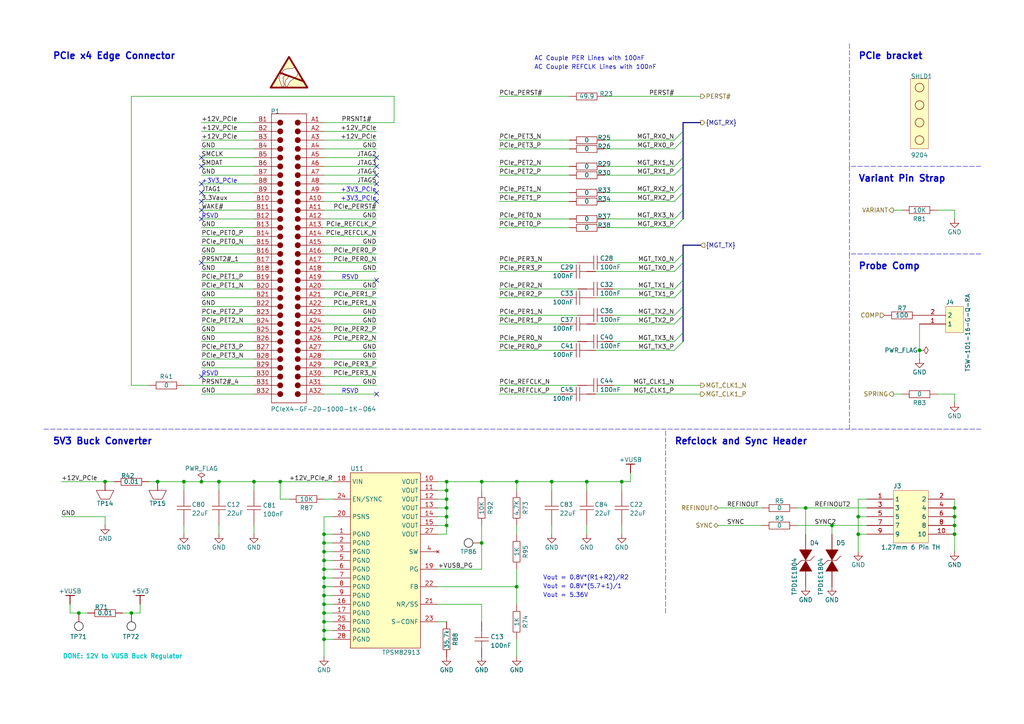
<source format=kicad_sch>
(kicad_sch (version 20250114) (generator "eeschema") (generator_version "9.0")
  (paper "A4")
  (title_block (title "ThunderScope") (rev "5") (company "EEVengers") (comment 1 "Aleksa Bjelogrlic"))
  (text "RSVD" (at 58.42 63.5 0) (effects (font (size 1.27 1.27)) (justify left bottom)))
  (text "RSVD" (at 99.06 114.3 0) (effects (font (size 1.27 1.27)) (justify left bottom)))
  (text "DONE: 12V to VUSB Buck Regulator" (at 35.56 190.5 0) (effects (font (size 1.27 1.27) (thickness 0.254) (bold yes))))
  (text "Vout = 0.8V*(5.7+1)/1" (at 157.48 170.18 0) (effects (font (size 1.27 1.27)) (justify left)))
  (text "+3V3_PCIe" (at 58.42 53.34 0) (effects (font (size 1.27 1.27)) (justify left bottom)))
  (text "+3V3_PCIe" (at 109.22 58.42 0) (effects (font (size 1.27 1.27)) (justify right bottom)))
  (text "PCIe bracket" (at 248.92 15.24 0) (effects (font (size 1.905 1.905) (thickness 0.381) (bold yes)) (justify left top)))
  (text "AC Couple PER Lines with 100nF" (at 154.94 17.78 0) (effects (font (size 1.27 1.27)) (justify left bottom)))
  (text "RSVD" (at 58.42 109.22 0) (effects (font (size 1.27 1.27)) (justify left bottom)))
  (text "Variant Pin Strap" (at 248.92 50.8 0) (effects (font (size 1.905 1.905) (thickness 0.381) (bold yes)) (justify left top)))
  (text "Vout = 0.8V*(R1+R2)/R2" (at 157.48 167.64 0) (effects (font (size 1.27 1.27)) (justify left)))
  (text "Refclock and Sync Header" (at 195.58 127 0) (effects (font (size 1.905 1.905) (thickness 0.381) (bold yes)) (justify left top)))
  (text "PCIe x4 Edge Connector" (at 15.24 15.24 0) (effects (font (size 1.905 1.905) (thickness 0.381) (bold yes)) (justify left top)))
  (text "RSVD" (at 99.06 81.28 0) (effects (font (size 1.27 1.27)) (justify left bottom)))
  (text "Vout = 5.36V" (at 157.48 172.72 0) (effects (font (size 1.27 1.27)) (justify left)))
  (text "5V3 Buck Converter" (at 15.24 127 0) (effects (font (size 1.905 1.905) (thickness 0.381) (bold yes)) (justify left top)))
  (text "AC Couple REFCLK Lines with 100nF" (at 154.94 20.32 0) (effects (font (size 1.27 1.27)) (justify left bottom)))
  (text "Probe Comp" (at 248.92 76.2 0) (effects (font (size 1.905 1.905) (thickness 0.381) (bold yes)) (justify left top)))
  (text "+3V3_PCIe" (at 109.22 55.88 0) (effects (font (size 1.27 1.27)) (justify right bottom)))
  (junction (at 93.98 165.1))
  (junction (at 38.1 177.8))
  (junction (at 93.98 172.72))
  (junction (at 233.68 147.32))
  (junction (at 45.72 139.7))
  (junction (at 276.86 149.86))
  (junction (at 22.86 177.8))
  (junction (at 129.54 147.32))
  (junction (at 30.48 139.7))
  (junction (at 170.18 139.7))
  (junction (at 93.98 180.34))
  (junction (at 93.98 160.02))
  (junction (at 93.98 162.56))
  (junction (at 276.86 154.94))
  (junction (at 129.54 149.86))
  (junction (at 129.54 139.7))
  (junction (at 276.86 147.32))
  (junction (at 139.7 139.7))
  (junction (at 93.98 157.48))
  (junction (at 129.54 152.4))
  (junction (at 276.86 152.4))
  (junction (at 241.3 152.4))
  (junction (at 93.98 185.42))
  (junction (at 93.98 167.64))
  (junction (at 139.7 157.48))
  (junction (at 129.54 142.24))
  (junction (at 266.7 101.6))
  (junction (at 248.92 154.94))
  (junction (at 149.86 139.7))
  (junction (at 81.28 139.7))
  (junction (at 93.98 170.18))
  (junction (at 93.98 154.94))
  (junction (at 73.66 139.7))
  (junction (at 53.34 139.7))
  (junction (at 93.98 175.26))
  (junction (at 58.42 139.7))
  (junction (at 129.54 144.78))
  (junction (at 180.34 139.7))
  (junction (at 93.98 182.88))
  (junction (at 93.98 177.8))
  (junction (at 149.86 170.18))
  (junction (at 63.5 139.7))
  (junction (at 160.02 139.7))
  (junction (at 248.92 149.86))
  (no_connect (at 109.22 114.3))
  (no_connect (at 58.42 48.26))
  (no_connect (at 58.42 53.34))
  (no_connect (at 109.22 45.72))
  (no_connect (at 58.42 76.2))
  (no_connect (at 58.42 58.42))
  (no_connect (at 58.42 45.72))
  (no_connect (at 109.22 58.42))
  (no_connect (at 109.22 53.34))
  (no_connect (at 58.42 60.96))
  (no_connect (at 109.22 55.88))
  (no_connect (at 58.42 55.88))
  (no_connect (at 109.22 48.26))
  (no_connect (at 58.42 63.5))
  (no_connect (at 109.22 50.8))
  (no_connect (at 109.22 81.28))
  (no_connect (at 58.42 109.22))
  (bus_entry (at 195.58 86.36) (size 2.54 -2.54))
  (bus_entry (at 195.58 78.74) (size 2.54 -2.54))
  (bus_entry (at 195.58 63.5) (size 2.54 -2.54))
  (bus_entry (at 195.58 93.98) (size 2.54 -2.54))
  (bus_entry (at 195.58 50.8) (size 2.54 -2.54))
  (bus_entry (at 195.58 43.18) (size 2.54 -2.54))
  (bus_entry (at 195.58 99.06) (size 2.54 -2.54))
  (bus_entry (at 195.58 91.44) (size 2.54 -2.54))
  (bus_entry (at 195.58 48.26) (size 2.54 -2.54))
  (bus_entry (at 195.58 76.2) (size 2.54 -2.54))
  (bus_entry (at 195.58 55.88) (size 2.54 -2.54))
  (bus_entry (at 195.58 66.04) (size 2.54 -2.54))
  (bus_entry (at 195.58 83.82) (size 2.54 -2.54))
  (bus_entry (at 195.58 58.42) (size 2.54 -2.54))
  (bus_entry (at 195.58 101.6) (size 2.54 -2.54))
  (bus_entry (at 195.58 40.64) (size 2.54 -2.54))
  (wire (pts (xy 58.42 99.06) (xy 73.66 99.06)))
  (wire (pts (xy 195.58 63.5) (xy 175.26 63.5)))
  (wire (pts (xy 248.92 160.02) (xy 248.92 154.94)))
  (wire (pts (xy 195.58 40.64) (xy 175.26 40.64)))
  (wire (pts (xy 58.42 76.2) (xy 73.66 76.2)))
  (wire (pts (xy 40.64 177.8) (xy 40.64 175.26)))
  (wire (pts (xy 58.42 66.04) (xy 73.66 66.04)))
  (bus (pts (xy 198.12 40.64) (xy 198.12 45.72)))
  (wire (pts (xy 127 152.4) (xy 129.54 152.4)))
  (wire (pts (xy 58.42 63.5) (xy 73.66 63.5)))
  (wire (pts (xy 20.32 177.8) (xy 22.86 177.8)))
  (wire (pts (xy 93.98 182.88) (xy 96.52 182.88)))
  (polyline (pts (xy 284.48 48.26) (xy 246.38 48.26)) (stroke (width 0.127) (type dash)))
  (wire (pts (xy 162.56 114.3) (xy 144.78 114.3)))
  (wire (pts (xy 195.58 50.8) (xy 175.26 50.8)))
  (wire (pts (xy 172.72 114.3) (xy 203.2 114.3)))
  (wire (pts (xy 93.98 149.86) (xy 93.98 154.94)))
  (wire (pts (xy 180.34 139.7) (xy 180.34 142.24)))
  (wire (pts (xy 93.98 55.88) (xy 109.22 55.88)))
  (wire (pts (xy 93.98 76.2) (xy 109.22 76.2)))
  (wire (pts (xy 149.86 170.18) (xy 149.86 175.26)))
  (wire (pts (xy 83.82 144.78) (xy 81.28 144.78)))
  (wire (pts (xy 195.58 78.74) (xy 172.72 78.74)))
  (wire (pts (xy 167.64 111.76) (xy 144.78 111.76)))
  (wire (pts (xy 208.28 152.4) (xy 220.98 152.4)))
  (wire (pts (xy 58.42 50.8) (xy 73.66 50.8)))
  (wire (pts (xy 165.1 63.5) (xy 144.78 63.5)))
  (wire (pts (xy 53.34 139.7) (xy 58.42 139.7)))
  (wire (pts (xy 165.1 50.8) (xy 144.78 50.8)))
  (wire (pts (xy 93.98 96.52) (xy 109.22 96.52)))
  (polyline (pts (xy 284.48 73.66) (xy 246.38 73.66)) (stroke (width 0.127) (type dash)))
  (wire (pts (xy 195.58 48.26) (xy 175.26 48.26)))
  (wire (pts (xy 93.98 177.8) (xy 96.52 177.8)))
  (wire (pts (xy 93.98 144.78) (xy 96.52 144.78)))
  (wire (pts (xy 93.98 91.44) (xy 109.22 91.44)))
  (wire (pts (xy 58.42 93.98) (xy 73.66 93.98)))
  (wire (pts (xy 93.98 185.42) (xy 93.98 190.5)))
  (wire (pts (xy 127 142.24) (xy 129.54 142.24)))
  (wire (pts (xy 139.7 175.26) (xy 139.7 180.34)))
  (wire (pts (xy 30.48 152.4) (xy 30.48 149.86)))
  (wire (pts (xy 170.18 152.4) (xy 170.18 154.94)))
  (wire (pts (xy 93.98 154.94) (xy 96.52 154.94)))
  (wire (pts (xy 93.98 68.58) (xy 109.22 68.58)))
  (bus (pts (xy 198.12 53.34) (xy 198.12 55.88)))
  (wire (pts (xy 127 154.94) (xy 129.54 154.94)))
  (wire (pts (xy 195.58 43.18) (xy 175.26 43.18)))
  (wire (pts (xy 195.58 99.06) (xy 177.8 99.06)))
  (wire (pts (xy 17.78 139.7) (xy 30.48 139.7)))
  (wire (pts (xy 149.86 139.7) (xy 160.02 139.7)))
  (wire (pts (xy 241.3 152.4) (xy 241.3 154.94)))
  (wire (pts (xy 276.86 152.4) (xy 276.86 154.94)))
  (wire (pts (xy 93.98 167.64) (xy 93.98 170.18)))
  (wire (pts (xy 58.42 43.18) (xy 73.66 43.18)))
  (wire (pts (xy 93.98 104.14) (xy 109.22 104.14)))
  (wire (pts (xy 170.18 139.7) (xy 180.34 139.7)))
  (wire (pts (xy 93.98 175.26) (xy 96.52 175.26)))
  (wire (pts (xy 127 144.78) (xy 129.54 144.78)))
  (wire (pts (xy 38.1 177.8) (xy 40.64 177.8)))
  (wire (pts (xy 58.42 35.56) (xy 73.66 35.56)))
  (bus (pts (xy 198.12 48.26) (xy 198.12 53.34)))
  (wire (pts (xy 30.48 149.86) (xy 17.78 149.86)))
  (wire (pts (xy 93.98 101.6) (xy 109.22 101.6)))
  (wire (pts (xy 129.54 144.78) (xy 129.54 142.24)))
  (wire (pts (xy 93.98 114.3) (xy 109.22 114.3)))
  (wire (pts (xy 248.92 149.86) (xy 248.92 154.94)))
  (wire (pts (xy 144.78 83.82) (xy 167.64 83.82)))
  (wire (pts (xy 129.54 147.32) (xy 129.54 144.78)))
  (wire (pts (xy 63.5 139.7) (xy 63.5 142.24)))
  (wire (pts (xy 144.78 76.2) (xy 167.64 76.2)))
  (bus (pts (xy 198.12 38.1) (xy 198.12 40.64)))
  (wire (pts (xy 139.7 139.7) (xy 149.86 139.7)))
  (wire (pts (xy 165.1 48.26) (xy 144.78 48.26)))
  (wire (pts (xy 195.58 76.2) (xy 177.8 76.2)))
  (bus (pts (xy 198.12 71.12) (xy 203.2 71.12)))
  (wire (pts (xy 93.98 167.64) (xy 96.52 167.64)))
  (wire (pts (xy 276.86 147.32) (xy 276.86 149.86)))
  (wire (pts (xy 93.98 165.1) (xy 93.98 167.64)))
  (wire (pts (xy 93.98 160.02) (xy 96.52 160.02)))
  (wire (pts (xy 93.98 40.64) (xy 109.22 40.64)))
  (wire (pts (xy 248.92 144.78) (xy 248.92 149.86)))
  (wire (pts (xy 195.58 91.44) (xy 177.8 91.44)))
  (wire (pts (xy 139.7 157.48) (xy 139.7 165.1)))
  (wire (pts (xy 93.98 170.18) (xy 93.98 172.72)))
  (wire (pts (xy 93.98 93.98) (xy 109.22 93.98)))
  (wire (pts (xy 45.72 139.7) (xy 53.34 139.7)))
  (wire (pts (xy 127 180.34) (xy 129.54 180.34)))
  (wire (pts (xy 93.98 177.8) (xy 93.98 180.34)))
  (wire (pts (xy 93.98 43.18) (xy 109.22 43.18)))
  (wire (pts (xy 139.7 139.7) (xy 139.7 142.24)))
  (wire (pts (xy 93.98 165.1) (xy 96.52 165.1)))
  (wire (pts (xy 73.66 139.7) (xy 81.28 139.7)))
  (polyline (pts (xy 193.04 177.8) (xy 193.04 124.46)) (stroke (width 0.127) (type dash)))
  (wire (pts (xy 93.98 162.56) (xy 96.52 162.56)))
  (wire (pts (xy 165.1 58.42) (xy 144.78 58.42)))
  (wire (pts (xy 144.78 99.06) (xy 167.64 99.06)))
  (wire (pts (xy 81.28 139.7) (xy 81.28 144.78)))
  (wire (pts (xy 165.1 66.04) (xy 144.78 66.04)))
  (wire (pts (xy 58.42 71.12) (xy 73.66 71.12)))
  (wire (pts (xy 144.78 91.44) (xy 167.64 91.44)))
  (wire (pts (xy 63.5 152.4) (xy 63.5 154.94)))
  (wire (pts (xy 93.98 109.22) (xy 109.22 109.22)))
  (wire (pts (xy 266.7 93.98) (xy 266.7 101.6)))
  (wire (pts (xy 149.86 152.4) (xy 149.86 154.94)))
  (wire (pts (xy 127 175.26) (xy 139.7 175.26)))
  (wire (pts (xy 93.98 180.34) (xy 93.98 182.88)))
  (wire (pts (xy 195.58 55.88) (xy 175.26 55.88)))
  (wire (pts (xy 129.54 139.7) (xy 129.54 142.24)))
  (wire (pts (xy 30.48 139.7) (xy 33.02 139.7)))
  (wire (pts (xy 58.42 60.96) (xy 73.66 60.96)))
  (wire (pts (xy 149.86 185.42) (xy 149.86 190.5)))
  (wire (pts (xy 160.02 139.7) (xy 160.02 142.24)))
  (wire (pts (xy 127 170.18) (xy 149.86 170.18)))
  (wire (pts (xy 160.02 139.7) (xy 170.18 139.7)))
  (wire (pts (xy 38.1 111.76) (xy 38.1 27.94)))
  (wire (pts (xy 58.42 86.36) (xy 73.66 86.36)))
  (wire (pts (xy 195.58 83.82) (xy 177.8 83.82)))
  (wire (pts (xy 93.98 66.04) (xy 109.22 66.04)))
  (wire (pts (xy 20.32 175.26) (xy 20.32 177.8)))
  (wire (pts (xy 93.98 48.26) (xy 109.22 48.26)))
  (wire (pts (xy 93.98 185.42) (xy 96.52 185.42)))
  (wire (pts (xy 129.54 154.94) (xy 129.54 152.4)))
  (wire (pts (xy 58.42 73.66) (xy 73.66 73.66)))
  (bus (pts (xy 198.12 35.56) (xy 203.2 35.56)))
  (wire (pts (xy 58.42 106.68) (xy 73.66 106.68)))
  (wire (pts (xy 93.98 50.8) (xy 109.22 50.8)))
  (wire (pts (xy 58.42 109.22) (xy 73.66 109.22)))
  (wire (pts (xy 248.92 154.94) (xy 251.46 154.94)))
  (wire (pts (xy 195.58 66.04) (xy 175.26 66.04)))
  (wire (pts (xy 114.3 35.56) (xy 93.98 35.56)))
  (wire (pts (xy 58.42 48.26) (xy 73.66 48.26)))
  (wire (pts (xy 93.98 45.72) (xy 109.22 45.72)))
  (wire (pts (xy 233.68 147.32) (xy 251.46 147.32)))
  (wire (pts (xy 93.98 157.48) (xy 96.52 157.48)))
  (wire (pts (xy 127 165.1) (xy 139.7 165.1)))
  (wire (pts (xy 251.46 149.86) (xy 248.92 149.86)))
  (wire (pts (xy 195.58 93.98) (xy 172.72 93.98)))
  (wire (pts (xy 93.98 58.42) (xy 109.22 58.42)))
  (wire (pts (xy 259.08 60.96) (xy 261.62 60.96)))
  (wire (pts (xy 93.98 63.5) (xy 109.22 63.5)))
  (wire (pts (xy 182.88 139.7) (xy 180.34 139.7)))
  (wire (pts (xy 195.58 86.36) (xy 172.72 86.36)))
  (wire (pts (xy 73.66 139.7) (xy 73.66 142.24)))
  (wire (pts (xy 93.98 172.72) (xy 96.52 172.72)))
  (wire (pts (xy 93.98 172.72) (xy 93.98 175.26)))
  (wire (pts (xy 195.58 58.42) (xy 175.26 58.42)))
  (wire (pts (xy 195.58 101.6) (xy 172.72 101.6)))
  (wire (pts (xy 271.78 114.3) (xy 276.86 114.3)))
  (wire (pts (xy 43.18 139.7) (xy 45.72 139.7)))
  (wire (pts (xy 259.08 114.3) (xy 261.62 114.3)))
  (wire (pts (xy 58.42 58.42) (xy 73.66 58.42)))
  (wire (pts (xy 93.98 106.68) (xy 109.22 106.68)))
  (wire (pts (xy 58.42 96.52) (xy 73.66 96.52)))
  (wire (pts (xy 81.28 139.7) (xy 96.52 139.7)))
  (wire (pts (xy 129.54 139.7) (xy 139.7 139.7)))
  (wire (pts (xy 43.18 111.76) (xy 38.1 111.76)))
  (wire (pts (xy 144.78 93.98) (xy 162.56 93.98)))
  (wire (pts (xy 129.54 152.4) (xy 129.54 149.86)))
  (wire (pts (xy 93.98 180.34) (xy 96.52 180.34)))
  (wire (pts (xy 93.98 111.76) (xy 109.22 111.76)))
  (wire (pts (xy 144.78 86.36) (xy 162.56 86.36)))
  (wire (pts (xy 93.98 81.28) (xy 109.22 81.28)))
  (bus (pts (xy 198.12 45.72) (xy 198.12 48.26)))
  (wire (pts (xy 93.98 182.88) (xy 93.98 185.42)))
  (wire (pts (xy 58.42 53.34) (xy 73.66 53.34)))
  (wire (pts (xy 231.14 147.32) (xy 233.68 147.32)))
  (wire (pts (xy 231.14 152.4) (xy 241.3 152.4)))
  (wire (pts (xy 276.86 144.78) (xy 276.86 147.32)))
  (wire (pts (xy 58.42 83.82) (xy 73.66 83.82)))
  (wire (pts (xy 149.86 165.1) (xy 149.86 170.18)))
  (wire (pts (xy 93.98 83.82) (xy 109.22 83.82)))
  (wire (pts (xy 127 149.86) (xy 129.54 149.86)))
  (wire (pts (xy 58.42 101.6) (xy 73.66 101.6)))
  (wire (pts (xy 127 139.7) (xy 129.54 139.7)))
  (wire (pts (xy 93.98 86.36) (xy 109.22 86.36)))
  (wire (pts (xy 53.34 139.7) (xy 53.34 142.24)))
  (bus (pts (xy 198.12 76.2) (xy 198.12 81.28)))
  (wire (pts (xy 93.98 157.48) (xy 93.98 160.02)))
  (wire (pts (xy 93.98 88.9) (xy 109.22 88.9)))
  (wire (pts (xy 93.98 154.94) (xy 93.98 157.48)))
  (wire (pts (xy 127 147.32) (xy 129.54 147.32)))
  (wire (pts (xy 165.1 43.18) (xy 144.78 43.18)))
  (wire (pts (xy 276.86 154.94) (xy 276.86 160.02)))
  (wire (pts (xy 251.46 144.78) (xy 248.92 144.78)))
  (wire (pts (xy 144.78 101.6) (xy 162.56 101.6)))
  (wire (pts (xy 22.86 177.8) (xy 25.4 177.8)))
  (bus (pts (xy 198.12 55.88) (xy 198.12 60.96)))
  (wire (pts (xy 73.66 152.4) (xy 73.66 154.94)))
  (wire (pts (xy 276.86 149.86) (xy 276.86 152.4)))
  (wire (pts (xy 93.98 160.02) (xy 93.98 162.56)))
  (wire (pts (xy 93.98 73.66) (xy 109.22 73.66)))
  (wire (pts (xy 170.18 139.7) (xy 170.18 142.24)))
  (wire (pts (xy 139.7 152.4) (xy 139.7 157.48)))
  (wire (pts (xy 63.5 139.7) (xy 73.66 139.7)))
  (wire (pts (xy 58.42 78.74) (xy 73.66 78.74)))
  (wire (pts (xy 93.98 53.34) (xy 109.22 53.34)))
  (wire (pts (xy 165.1 55.88) (xy 144.78 55.88)))
  (bus (pts (xy 198.12 91.44) (xy 198.12 96.52)))
  (wire (pts (xy 58.42 45.72) (xy 73.66 45.72)))
  (bus (pts (xy 198.12 35.56) (xy 198.12 38.1)))
  (wire (pts (xy 165.1 40.64) (xy 144.78 40.64)))
  (wire (pts (xy 58.42 40.64) (xy 73.66 40.64)))
  (wire (pts (xy 203.2 27.94) (xy 175.26 27.94)))
  (wire (pts (xy 114.3 27.94) (xy 114.3 35.56)))
  (bus (pts (xy 198.12 60.96) (xy 198.12 63.5)))
  (wire (pts (xy 58.42 114.3) (xy 73.66 114.3)))
  (wire (pts (xy 149.86 139.7) (xy 149.86 142.24)))
  (polyline (pts (xy 246.38 73.66) (xy 246.38 124.46)) (stroke (width 0.127) (type dash)))
  (wire (pts (xy 233.68 154.94) (xy 233.68 147.32)))
  (wire (pts (xy 35.56 177.8) (xy 38.1 177.8)))
  (bus (pts (xy 198.12 88.9) (xy 198.12 91.44)))
  (bus (pts (xy 198.12 71.12) (xy 198.12 73.66)))
  (wire (pts (xy 58.42 81.28) (xy 73.66 81.28)))
  (wire (pts (xy 93.98 78.74) (xy 109.22 78.74)))
  (wire (pts (xy 182.88 137.16) (xy 182.88 139.7)))
  (wire (pts (xy 96.52 149.86) (xy 93.98 149.86)))
  (wire (pts (xy 38.1 27.94) (xy 114.3 27.94)))
  (polyline (pts (xy 12.7 124.46) (xy 284.48 124.46)) (stroke (width 0.127) (type dash)))
  (wire (pts (xy 165.1 27.94) (xy 144.78 27.94)))
  (wire (pts (xy 53.34 111.76) (xy 73.66 111.76)))
  (wire (pts (xy 160.02 152.4) (xy 160.02 154.94)))
  (wire (pts (xy 93.98 99.06) (xy 109.22 99.06)))
  (wire (pts (xy 93.98 60.96) (xy 109.22 60.96)))
  (wire (pts (xy 58.42 55.88) (xy 73.66 55.88)))
  (wire (pts (xy 271.78 60.96) (xy 276.86 60.96)))
  (wire (pts (xy 266.7 104.14) (xy 266.7 101.6)))
  (bus (pts (xy 198.12 96.52) (xy 198.12 99.06)))
  (wire (pts (xy 58.42 38.1) (xy 73.66 38.1)))
  (wire (pts (xy 93.98 175.26) (xy 93.98 177.8)))
  (wire (pts (xy 58.42 88.9) (xy 73.66 88.9)))
  (bus (pts (xy 198.12 81.28) (xy 198.12 83.82)))
  (wire (pts (xy 58.42 104.14) (xy 73.66 104.14)))
  (polyline (pts (xy 246.38 12.7) (xy 246.38 48.26)) (stroke (width 0.127) (type dash)))
  (wire (pts (xy 93.98 170.18) (xy 96.52 170.18)))
  (wire (pts (xy 93.98 71.12) (xy 109.22 71.12)))
  (wire (pts (xy 177.8 111.76) (xy 203.2 111.76)))
  (wire (pts (xy 93.98 162.56) (xy 93.98 165.1)))
  (wire (pts (xy 53.34 152.4) (xy 53.34 154.94)))
  (wire (pts (xy 58.42 139.7) (xy 63.5 139.7)))
  (wire (pts (xy 129.54 149.86) (xy 129.54 147.32)))
  (bus (pts (xy 198.12 83.82) (xy 198.12 88.9)))
  (wire (pts (xy 241.3 152.4) (xy 251.46 152.4)))
  (bus (pts (xy 198.12 73.66) (xy 198.12 76.2)))
  (wire (pts (xy 208.28 147.32) (xy 220.98 147.32)))
  (polyline (pts (xy 246.38 48.26) (xy 246.38 73.66)) (stroke (width 0.127) (type dash)))
  (wire (pts (xy 93.98 38.1) (xy 109.22 38.1)))
  (wire (pts (xy 144.78 78.74) (xy 162.56 78.74)))
  (wire (pts (xy 58.42 68.58) (xy 73.66 68.58)))
  (wire (pts (xy 58.42 91.44) (xy 73.66 91.44)))
  (wire (pts (xy 180.34 152.4) (xy 180.34 154.94)))
  (wire (pts (xy 276.86 114.3) (xy 276.86 116.84)))
  (wire (pts (xy 276.86 60.96) (xy 276.86 63.5)))
  (label "GND" (at 58.42 96.52 0))
  (label "GND" (at 58.42 99.06 0))
  (label "MGT_TX1_N" (at 195.58 83.82 180))
  (label "3.3Vaux" (at 58.42 58.42 0))
  (label "PCIe_PET3_P" (at 58.42 101.6 0))
  (label "PCIe_PER3_N" (at 109.22 109.22 180))
  (label "REFINOUT" (at 210.82 147.32 0))
  (label "+12V_PCIe" (at 17.78 139.7 0))
  (label "PRSNT2#_1" (at 58.42 76.2 0))
  (label "MGT_RX1_P" (at 195.58 50.8 180))
  (label "GND" (at 109.22 104.14 180))
  (label "WAKE#" (at 58.42 60.96 0))
  (label "REFINOUT2" (at 236.22 147.32 0))
  (label "SYNC2" (at 236.22 152.4 0))
  (label "GND" (at 109.22 71.12 180))
  (label "MGT_TX3_P" (at 195.58 101.6 180))
  (label "GND" (at 109.22 101.6 180))
  (label "PCIe_PET2_P" (at 144.78 50.8 0))
  (label "GND" (at 58.42 86.36 0))
  (label "PCIe_PER2_P" (at 144.78 86.36 0))
  (label "MGT_RX0_P" (at 195.58 43.18 180))
  (label "PCIe_PET3_P" (at 144.78 43.18 0))
  (label "MGT_TX0_N" (at 195.58 76.2 180))
  (label "GND" (at 58.42 78.74 0))
  (label "PCIe_PET0_N" (at 58.42 71.12 0))
  (label "GND" (at 58.42 73.66 0))
  (label "+12V_PCIe" (at 109.22 40.64 180))
  (label "PCIe_PER2_N" (at 144.78 83.82 0))
  (label "PCIe_PET1_P" (at 144.78 58.42 0))
  (label "MGT_CLK1_N" (at 195.58 111.76 180))
  (label "MGT_TX2_P" (at 195.58 93.98 180))
  (label "GND" (at 58.42 66.04 0))
  (label "PCIe_PER3_P" (at 144.78 78.74 0))
  (label "GND" (at 58.42 50.8 0))
  (label "MGT_RX1_N" (at 195.58 48.26 180))
  (label "SMDAT" (at 58.42 48.26 0))
  (label "PCIe_PER2_P" (at 109.22 96.52 180))
  (label "MGT_TX2_N" (at 195.58 91.44 180))
  (label "GND" (at 17.78 149.86 0))
  (label "PCIe_PET2_N" (at 58.42 93.98 0))
  (label "PCIe_PET0_P" (at 144.78 66.04 0))
  (label "GND" (at 109.22 78.74 180))
  (label "PCIe_PER1_N" (at 144.78 91.44 0))
  (label "MGT_RX3_N" (at 195.58 63.5 180))
  (label "PCIe_PER1_P" (at 144.78 93.98 0))
  (label "GND" (at 58.42 43.18 0))
  (label "MGT_RX0_N" (at 195.58 40.64 180))
  (label "PCIe_PER0_P" (at 109.22 73.66 180))
  (label "PCIe_PET0_N" (at 144.78 63.5 0))
  (label "MGT_CLK1_P" (at 195.58 114.3 180))
  (label "PCIe_PER1_N" (at 109.22 88.9 180))
  (label "+12V_PCIe" (at 58.42 35.56 0))
  (label "PCIe_PER2_N" (at 109.22 99.06 180))
  (label "PCIe_PER0_N" (at 144.78 99.06 0))
  (label "PCIe_PET0_P" (at 58.42 68.58 0))
  (label "PCIe_PET3_N" (at 144.78 40.64 0))
  (label "+VUSB_PG" (at 137.16 165.1 180))
  (label "GND" (at 109.22 93.98 180))
  (label "PCIe_REFCLK_N" (at 144.78 111.76 0))
  (label "PCIe_PER0_N" (at 109.22 76.2 180))
  (label "PCIe_PET1_N" (at 58.42 83.82 0))
  (label "GND" (at 109.22 83.82 180))
  (label "PCIe_PERST#" (at 144.78 27.94 0))
  (label "PCIe_PET3_N" (at 58.42 104.14 0))
  (label "JTAG3" (at 109.22 48.26 180))
  (label "SYNC" (at 210.82 152.4 0))
  (label "MGT_TX1_P" (at 195.58 86.36 180))
  (label "JTAG5" (at 109.22 53.34 180))
  (label "PCIe_PET2_N" (at 144.78 48.26 0))
  (label "+12V_PCIe" (at 58.42 38.1 0))
  (label "PCIe_PET2_P" (at 58.42 91.44 0))
  (label "SMCLK" (at 58.42 45.72 0))
  (label "GND" (at 109.22 63.5 180))
  (label "PCIe_PET1_N" (at 144.78 55.88 0))
  (label "PCIe_PER1_P" (at 109.22 86.36 180))
  (label "PCIe_REFCLK_N" (at 109.22 68.58 180))
  (label "MGT_RX3_P" (at 195.58 66.04 180))
  (label "+12V_PCIe" (at 109.22 38.1 180))
  (label "GND" (at 58.42 106.68 0))
  (label "+12V_PCIe_R" (at 83.82 139.7 0))
  (label "PCIe_REFCLK_P" (at 144.78 114.3 0))
  (label "JTAG4" (at 109.22 50.8 180))
  (label "PCIe_PER3_N" (at 144.78 76.2 0))
  (label "PERST#" (at 195.58 27.94 180))
  (label "GND" (at 109.22 111.76 180))
  (label "JTAG2" (at 109.22 45.72 180))
  (label "PRSNT1#" (at 99.06 35.56 0))
  (label "PCIe_PERST#" (at 109.22 60.96 180))
  (label "PCIe_PET1_P" (at 58.42 81.28 0))
  (label "GND" (at 109.22 91.44 180))
  (label "PCIe_PER3_P" (at 109.22 106.68 180))
  (label "+12V_PCIe" (at 58.42 40.64 0))
  (label "JTAG1" (at 58.42 55.88 0))
  (label "GND" (at 58.42 114.3 0))
  (label "MGT_TX0_P" (at 195.58 78.74 180))
  (label "PCIe_PER0_P" (at 144.78 101.6 0))
  (label "PCIe_REFCLK_P" (at 109.22 66.04 180))
  (label "MGT_RX2_P" (at 195.58 58.42 180))
  (label "GND" (at 109.22 43.18 180))
  (label "MGT_RX2_N" (at 195.58 55.88 180))
  (label "GND" (at 58.42 88.9 0))
  (label "MGT_TX3_N" (at 195.58 99.06 180))
  (label "PRSNT2#_4" (at 58.42 111.76 0))
  (hierarchical_label "SPRING" (shape output) (at 259.08 114.3 180))
  (hierarchical_label "VARIANT" (shape output) (at 259.08 60.96 180))
  (hierarchical_label "COMP" (shape input) (at 256.54 91.44 180))
  (hierarchical_label "MGT_CLK1_P" (shape output) (at 203.2 114.3 0))
  (hierarchical_label "REFINOUT" (shape bidirectional) (at 208.28 147.32 180))
  (hierarchical_label "SYNC" (shape bidirectional) (at 208.28 152.4 180))
  (hierarchical_label "{MGT_RX}" (shape output) (at 203.2 35.56 0))
  (hierarchical_label "PERST#" (shape output) (at 203.2 27.94 0))
  (hierarchical_label "MGT_CLK1_N" (shape output) (at 203.2 111.76 0))
  (hierarchical_label "{MGT_TX}" (shape input) (at 203.2 71.12 0))
  (symbol (lib_id "Thunderscope_Rev5:TP PCB 1mm") (at 139.7 157.48 180) (unit 1) (in_bom no)
    (property "Reference" "TP86" (at 135.89 160.02 0))
    (property "Value" "PCB" (effects (hide yes)))
    (property "Footprint" "Thunderscope_Rev5:GEN_TP_PCB" (effects (hide yes)))
  )
  (symbol (lib_id "Thunderscope_Rev5:TP PCB 1mm") (at 22.86 177.8 270) (unit 1) (in_bom no)
    (property "Reference" "TP71" (at 20.32 185.42 90) (effects (justify left bottom)))
    (property "Value" "PCB" (effects (hide yes)))
    (property "Footprint" "Thunderscope_Rev5:GEN_TP_PCB" (effects (hide yes)))
  )
  (symbol (lib_id "Thunderscope_Rev5:RES 0 OHM 1/16W 0402") (at 226.06 147.32 0) (unit 1)
    (property "Reference" "R5" (at 226.06 146.05 0) (effects (justify bottom)))
    (property "Value" "0" (at 226.06 147.32 0))
    (property "Footprint" "Thunderscope_Rev5:GEN_R_0402" (effects (hide yes)))
    (property "PACKAGE" "0402" (effects (hide yes)))
    (property "SUPPLIER 1" "Mouser" (effects (hide yes)))
    (property "SUPPLIER PART NUMBER 1" "603-RC0402JR-070RL" (effects (hide yes)))
    (property "MANUFACTURER" "Yageo" (effects (hide yes)))
    (property "MANUFACTURER PART NUMBER" "RC0402JR-070RL" (effects (hide yes)))
  )
  (symbol (lib_id "Thunderscope_Rev5:RES 0 OHM 1/16W 0402") (at 170.18 66.04 0) (mirror y) (unit 1)
    (property "Reference" "R38" (at 175.26 66.04 0) (effects (justify bottom)))
    (property "Value" "0" (at 170.18 66.04 0))
    (property "Footprint" "Thunderscope_Rev5:GEN_R_0402" (effects (hide yes)))
    (property "PACKAGE" "0402" (effects (hide yes)))
    (property "SUPPLIER 1" "Mouser" (effects (hide yes)))
    (property "SUPPLIER PART NUMBER 1" "603-RC0402JR-070RL" (effects (hide yes)))
    (property "MANUFACTURER" "Yageo" (effects (hide yes)))
    (property "MANUFACTURER PART NUMBER" "RC0402JR-070RL" (effects (hide yes)))
  )
  (symbol (lib_id "Thunderscope_Rev5:RES 0 OHM 1/16W 0402") (at 170.18 63.5 0) (mirror y) (unit 1)
    (property "Reference" "R37" (at 175.26 63.5 0) (effects (justify bottom)))
    (property "Value" "0" (at 170.18 63.5 0))
    (property "Footprint" "Thunderscope_Rev5:GEN_R_0402" (effects (hide yes)))
    (property "PACKAGE" "0402" (effects (hide yes)))
    (property "SUPPLIER 1" "Mouser" (effects (hide yes)))
    (property "SUPPLIER PART NUMBER 1" "603-RC0402JR-070RL" (effects (hide yes)))
    (property "MANUFACTURER" "Yageo" (effects (hide yes)))
    (property "MANUFACTURER PART NUMBER" "RC0402JR-070RL" (effects (hide yes)))
  )
  (symbol (lib_id "Thunderscope_Rev5:CAP 100nF 16V X7R 0402") (at 172.72 83.82 270) (mirror x) (unit 1)
    (property "Reference" "C32" (at 173.99 82.55 90) (effects (justify left)))
    (property "Value" "100nF" (at 173.99 85.09 90) (effects (justify left)))
    (property "Footprint" "Thunderscope_Rev5:GEN_C_0402" (effects (hide yes)))
    (property "PACKAGE" "0402" (effects (hide yes)))
    (property "VOLTAGE RATING" "16V" (effects (hide yes)))
    (property "SUPPLIER 1" "Mouser" (effects (hide yes)))
    (property "SUPPLIER PART NUMBER 1" "81-GCM155R71C104KA5D" (effects (hide yes)))
    (property "HOUSE PART NUMBER" "C-100nF-0402-002" (effects (hide yes)))
    (property "MANUFACTURER" "Murata" (effects (hide yes)))
    (property "MANUFACTURER PART NUMBER" "GCM155R71C104KA55D" (effects (hide yes)))
  )
  (symbol (lib_id "Thunderscope_Rev5:RES 1K OHM 1% 1/10W 0402") (at 149.86 160.02 0) (unit 1)
    (property "Reference" "R95" (at 152.4 160.02 90))
    (property "Value" "1K" (at 149.86 160.02 90))
    (property "Footprint" "Thunderscope_Rev5:GEN_R_0402" (effects (hide yes)))
    (property "TOLERANCE" "1%" (effects (hide yes)))
    (property "PACKAGE" "0402" (effects (hide yes)))
    (property "SUPPLIER 1" "Mouser" (effects (hide yes)))
    (property "SUPPLIER PART NUMBER 1" "603-RC0402FR-071KL" (effects (hide yes)))
    (property "HOUSE PART NUMBER" "R-1K-0402-1%-001" (effects (hide yes)))
    (property "MANUFACTURER" "Yageo" (effects (hide yes)))
    (property "MANUFACTURER PART NUMBER" "RC0402FR-071KL" (effects (hide yes)))
  )
  (symbol (lib_id "Thunderscope_Rev5:RES 49.9 OHM 1% 1/10W 0402") (at 170.18 27.94 0) (mirror y) (unit 1)
    (property "Reference" "R23" (at 177.8 27.94 0) (effects (justify left bottom)))
    (property "Value" "49.9" (at 170.18 27.94 0))
    (property "Footprint" "Thunderscope_Rev5:GEN_R_0402" (effects (hide yes)))
    (property "TOLERANCE" "1%" (effects (hide yes)))
    (property "PACKAGE" "0402" (effects (hide yes)))
    (property "SUPPLIER 1" "Mouser" (effects (hide yes)))
    (property "SUPPLIER PART NUMBER 1" "603-RC0402FR-0749R9L" (effects (hide yes)))
    (property "MANUFACTURER" "Yageo" (effects (hide yes)))
    (property "MANUFACTURER PART NUMBER" "RC0402FR-0749R9L" (effects (hide yes)))
  )
  (symbol (lib_id "Thunderscope_Rev5:RES 0 OHM 1/16W 0402") (at 226.06 152.4 0) (unit 1)
    (property "Reference" "R3" (at 226.06 151.13 0) (effects (justify bottom)))
    (property "Value" "0" (at 226.06 152.4 0))
    (property "Footprint" "Thunderscope_Rev5:GEN_R_0402" (effects (hide yes)))
    (property "PACKAGE" "0402" (effects (hide yes)))
    (property "SUPPLIER 1" "Mouser" (effects (hide yes)))
    (property "SUPPLIER PART NUMBER 1" "603-RC0402JR-070RL" (effects (hide yes)))
    (property "MANUFACTURER" "Yageo" (effects (hide yes)))
    (property "MANUFACTURER PART NUMBER" "RC0402JR-070RL" (effects (hide yes)))
  )
  (symbol (lib_id "Thunderscope_Rev5:RES 10K OHM 1% 1/10W 0402") (at 139.7 147.32 90) (unit 1)
    (property "Reference" "R92" (at 142.24 147.32 0))
    (property "Value" "10K" (at 139.7 147.32 0))
    (property "Footprint" "Thunderscope_Rev5:GEN_R_0402" (effects (hide yes)))
    (property "TOLERANCE" "1%" (effects (hide yes)))
    (property "PACKAGE" "0402" (effects (hide yes)))
    (property "SUPPLIER 1" "Mouser" (effects (hide yes)))
    (property "SUPPLIER PART NUMBER 1" "667-ERJ-2RKF1002X" (effects (hide yes)))
    (property "MANUFACTURER" "Panasonic" (effects (hide yes)))
    (property "MANUFACTURER PART NUMBER" "ERJ-2RKF1002X" (effects (hide yes)))
  )
  (symbol (lib_id "Thunderscope_Rev5:RES 0.01 OHM 1% 1/4W 0603") (at 38.1 139.7 0) (unit 1)
    (property "Reference" "R42" (at 35.1 138.724 0) (effects (justify left bottom)))
    (property "Value" "0.01" (at 38.1 139.7 0))
    (property "Footprint" "Thunderscope_Rev5:GEN_R_0603" (effects (hide yes)))
    (property "TOLERANCE" "1%" (effects (hide yes)))
    (property "SUPPLIER 1" "Mouser" (effects (hide yes)))
    (property "SUPPLIER PART NUMBER 1" "754-RL0816T-R010-F" (effects (hide yes)))
    (property "PACKAGE" "0603" (effects (hide yes)))
    (property "HOUSE PART NUMBER" "R-0.01-0603-1%-001" (effects (hide yes)))
    (property "MANUFACTURER" "Susumu" (effects (hide yes)))
    (property "MANUFACTURER PART NUMBER" "RL0816T-R010-F" (effects (hide yes)))
  )
  (symbol (lib_id "Thunderscope_Rev5:+VUSB") (at 20.32 175.26 180) (unit 1)
    (property "Reference" "#PWR0329" (effects (hide yes)))
    (property "Value" "+VUSB" (at 20.32 171.45 0))
    (property "Description" "Power symbol creates a global label with name '+VUSB'" (effects (hide yes)))
  )
  (symbol (lib_id "Thunderscope_Rev5:GND") (at 30.48 152.4 0) (unit 1)
    (property "Reference" "#PWR?" (effects (hide yes)))
    (property "Value" "GND" (at 30.48 156.21 0))
    (property "Description" "Power symbol creates a global label with name \"GND\" , ground" (effects (hide yes)))
  )
  (symbol (lib_id "Thunderscope_Rev5:RES 10K OHM 1% 1/10W 0402") (at 266.7 60.96 0) (unit 1)
    (property "Reference" "R81" (at 266.7 63.5 0))
    (property "Value" "10K" (at 266.7 60.96 0))
    (property "Footprint" "Thunderscope_Rev5:GEN_R_0402" (effects (hide yes)))
    (property "TOLERANCE" "1%" (effects (hide yes)))
    (property "PACKAGE" "0402" (effects (hide yes)))
    (property "SUPPLIER 1" "Mouser" (effects (hide yes)))
    (property "SUPPLIER PART NUMBER 1" "667-ERJ-2RKF1002X" (effects (hide yes)))
    (property "MANUFACTURER" "Panasonic" (effects (hide yes)))
    (property "MANUFACTURER PART NUMBER" "ERJ-2RKF1002X" (effects (hide yes)))
  )
  (symbol (lib_id "Thunderscope_Rev5:RES 1K OHM 1% 1/10W 0402") (at 149.86 180.34 0) (unit 1)
    (property "Reference" "R74" (at 152.4 180.34 90))
    (property "Value" "1K" (at 149.86 180.34 90))
    (property "Footprint" "Thunderscope_Rev5:GEN_R_0402" (effects (hide yes)))
    (property "TOLERANCE" "1%" (effects (hide yes)))
    (property "PACKAGE" "0402" (effects (hide yes)))
    (property "SUPPLIER 1" "Mouser" (effects (hide yes)))
    (property "SUPPLIER PART NUMBER 1" "603-RC0402FR-071KL" (effects (hide yes)))
    (property "HOUSE PART NUMBER" "R-1K-0402-1%-001" (effects (hide yes)))
    (property "MANUFACTURER" "Yageo" (effects (hide yes)))
    (property "MANUFACTURER PART NUMBER" "RC0402FR-071KL" (effects (hide yes)))
  )
  (symbol (lib_id "Thunderscope_Rev5:RES 0.01 OHM 1% 1/4W 0603") (at 30.48 177.8 0) (unit 1)
    (property "Reference" "R71" (at 27.48 176.824 0) (effects (justify left bottom)))
    (property "Value" "0.01" (at 30.48 177.8 0))
    (property "Footprint" "Thunderscope_Rev5:GEN_R_0603" (effects (hide yes)))
    (property "TOLERANCE" "1%" (effects (hide yes)))
    (property "SUPPLIER 1" "Mouser" (effects (hide yes)))
    (property "SUPPLIER PART NUMBER 1" "754-RL0816T-R010-F" (effects (hide yes)))
    (property "PACKAGE" "0603" (effects (hide yes)))
    (property "HOUSE PART NUMBER" "R-0.01-0603-1%-001" (effects (hide yes)))
    (property "MANUFACTURER" "Susumu" (effects (hide yes)))
    (property "MANUFACTURER PART NUMBER" "RL0816T-R010-F" (effects (hide yes)))
  )
  (symbol (lib_id "Thunderscope_Rev5:TP PCB 1mm") (at 38.1 177.8 270) (unit 1) (in_bom no)
    (property "Reference" "TP72" (at 35.56 185.42 90) (effects (justify left bottom)))
    (property "Value" "PCB" (effects (hide yes)))
    (property "Footprint" "Thunderscope_Rev5:GEN_TP_PCB" (effects (hide yes)))
  )
  (symbol (lib_id "Thunderscope_Rev5:TVS TPD1E1B04") (at 241.3 162.56 0) (unit 1)
    (property "Reference" "D5" (at 243.84 157.48 0))
    (property "Value" "TPD1E1B04" (at 238.76 172.72 90) (effects (justify left bottom)))
    (property "Footprint" "Thunderscope_Rev5:TI_X1SON_DPY0002A" (effects (hide yes)))
    (property "SUPPLIER 1" "Texas Instruments" (effects (hide yes)))
    (property "SUPPLIER PART NUMBER 1" "TPD1E1B04DPYR" (effects (hide yes)))
    (property "MANUFACTURER" "Texas Instruments" (effects (hide yes)))
    (property "MANUFACTURER PART NUMBER" "TPD1E1B04DPYR" (effects (hide yes)))
  )
  (symbol (lib_id "Thunderscope_Rev5:PCIeX4-GF-2D-1000-1K-O64") (at 88.9 33.02 0) (unit 1) (in_bom no)
    (property "Reference" "P1" (at 78.486 33.02 0) (effects (justify left bottom)))
    (property "Value" "PCIeX4-GF-2D-1000-1K-O64" (at 78.486 119.38 0) (effects (justify left bottom)))
    (property "Footprint" "Thunderscope_Rev5:PCIeX4-GF-2D-1000-1K-O64" (effects (hide yes)))
    (property "Description" "Golden finger, PCIeX4, Dual, Opposite, Pitch 1mm, 64-Position" (effects (hide yes)))
    (property "DATASHEET VERSION" "rev2.0, Apr-2007" (effects (hide yes)))
    (property "MATING CONNECTOR" "Molex-87715-9106" (effects (hide yes)))
    (property "PACKAGE REFERENCE" "PCIeX4-GF-2D-1000-1K-O64" (effects (hide yes)))
    (property "CLASSNAME" "Edge Connector" (effects (hide yes)))
    (property "PUBLISHER" "Altium" (effects (hide yes)))
    (property "COMPONENT KIND" "Standard (No BOM)" (effects (hide yes)))
  )
  (symbol (lib_id "Graphic:SYM_ESD_Large") (at 83.82 20.32 0) (unit 1) (in_bom no)
    (property "Reference" "SYM1" (effects (hide yes)))
    (property "Value" "SYM_ESD_Large" (effects (hide yes)))
    (property "Footprint" "Symbol:ESD-Logo_6.6x6mm_SilkScreen" (effects (hide yes)))
    (property "Description" "ESD warning/\"Do not touch\" symbol, large" (effects (hide yes)))
  )
  (symbol (lib_id "Thunderscope_Rev5:RES 0 OHM 1/16W 0402") (at 170.18 55.88 0) (mirror y) (unit 1)
    (property "Reference" "R33" (at 175.26 55.88 0) (effects (justify bottom)))
    (property "Value" "0" (at 170.18 55.88 0))
    (property "Footprint" "Thunderscope_Rev5:GEN_R_0402" (effects (hide yes)))
    (property "PACKAGE" "0402" (effects (hide yes)))
    (property "SUPPLIER 1" "Mouser" (effects (hide yes)))
    (property "SUPPLIER PART NUMBER 1" "603-RC0402JR-070RL" (effects (hide yes)))
    (property "MANUFACTURER" "Yageo" (effects (hide yes)))
    (property "MANUFACTURER PART NUMBER" "RC0402JR-070RL" (effects (hide yes)))
  )
  (symbol (lib_id "Thunderscope_Rev5:RES 4.7K OHM 1% 1/10W 0402") (at 149.86 147.32 90) (unit 1)
    (property "Reference" "R73" (at 152.4 147.32 0))
    (property "Value" "4.7K" (at 149.86 147.32 0))
    (property "Footprint" "Thunderscope_Rev5:GEN_R_0402" (effects (hide yes)))
    (property "TOLERANCE" "1%" (effects (hide yes)))
    (property "PACKAGE" "0402" (effects (hide yes)))
    (property "SUPPLIER 1" "Mouser" (effects (hide yes)))
    (property "SUPPLIER PART NUMBER 1" "667-ERJ-2RKF4701X" (effects (hide yes)))
    (property "MANUFACTURER" "Panasonic" (effects (hide yes)))
    (property "MANUFACTURER PART NUMBER" "ERJ-2RKF4701X" (effects (hide yes)))
  )
  (symbol (lib_id "power:PWR_FLAG") (at 58.42 139.7 0) (unit 1)
    (property "Reference" "#FLG022" (effects (hide yes)))
    (property "Value" "PWR_FLAG" (at 58.42 135.89 0))
    (property "Description" "Special symbol for telling ERC where power comes from" (effects (hide yes)))
  )
  (symbol (lib_id "Thunderscope_Rev5:GND") (at 63.5 154.94 0) (unit 1)
    (property "Reference" "#PWR0409" (effects (hide yes)))
    (property "Value" "GND" (at 63.5 158.75 0))
    (property "Description" "Power symbol creates a global label with name \"GND\" , ground" (effects (hide yes)))
  )
  (symbol (lib_id "Thunderscope_Rev5:IC BUCK MODULE TPSM82913") (at 111.76 137.16 0) (unit 1)
    (property "Reference" "U11" (at 101.6 135.89 0) (effects (justify left)))
    (property "Value" "TPSM82913" (at 121.92 189.23 0) (effects (justify right)))
    (property "Footprint" "Thunderscope_Rev5:TI_B0QFN_RDU0028A" (effects (hide yes)))
    (property "Datasheet" "https://www.ti.com/lit/ds/symlink/tpsm82913.pdf" (effects (hide yes)))
    (property "SUPPLIER 1" "Texas Instruments" (effects (hide yes)))
    (property "SUPPLIER PART NUMBER 1" "TPSM82913RDUR" (effects (hide yes)))
    (property "MANUFACTURER" "Texas Instruments" (effects (hide yes)))
    (property "MANUFACTURER PART NUMBER" "TPSM82913RDUR" (effects (hide yes)))
  )
  (symbol (lib_id "Thunderscope_Rev5:GND") (at 248.92 160.02 0) (unit 1)
    (property "Reference" "#PWR08" (effects (hide yes)))
    (property "Value" "GND" (at 248.92 163.83 0))
    (property "Description" "Power symbol creates a global label with name \"GND\" , ground" (effects (hide yes)))
  )
  (symbol (lib_id "Thunderscope_Rev5:GND") (at 53.34 154.94 0) (unit 1)
    (property "Reference" "#PWR0265" (effects (hide yes)))
    (property "Value" "GND" (at 53.34 158.75 0))
    (property "Description" "Power symbol creates a global label with name \"GND\" , ground" (effects (hide yes)))
  )
  (symbol (lib_id "Thunderscope_Rev5:GND") (at 93.98 190.5 0) (unit 1)
    (property "Reference" "#PWR0317" (effects (hide yes)))
    (property "Value" "GND" (at 93.98 194.31 0))
    (property "Description" "Power symbol creates a global label with name \"GND\" , ground" (effects (hide yes)))
  )
  (symbol (lib_id "Thunderscope_Rev5:CONN 1.27mm 2x5 Pin TH RA") (at 259.08 142.24 0) (unit 1)
    (property "Reference" "J3" (at 259.08 140.97 0) (effects (justify left)))
    (property "Value" "1.27mm 6 Pin TH" (at 264.16 158.75 0))
    (property "Footprint" "Thunderscope_Rev5:GEN_1.27mm_2x5_Pin_TH_RA" (effects (hide yes)))
    (property "SUPPLIER 1" "Digi-Key" (effects (hide yes)))
    (property "SUPPLIER PART NUMBER 1" "1175-1628-ND" (effects (hide yes)))
    (property "MANUFACTURER" "CNC Tech" (effects (hide yes)))
    (property "MANUFACTURER PART NUMBER" "3220-10-0200-00" (effects (hide yes)))
  )
  (symbol (lib_id "Thunderscope_Rev5:GND") (at 233.68 170.18 0) (unit 1)
    (property "Reference" "#PWR06" (effects (hide yes)))
    (property "Value" "GND" (at 233.68 173.99 0))
    (property "Description" "Power symbol creates a global label with name \"GND\" , ground" (effects (hide yes)))
  )
  (symbol (lib_id "Thunderscope_Rev5:CAP 100nF 16V X7R 0402") (at 167.64 101.6 270) (mirror x) (unit 1)
    (property "Reference" "C41" (at 162.56 100.33 90) (effects (justify left)))
    (property "Value" "100nF" (at 166.37 102.87 90) (effects (justify right)))
    (property "Footprint" "Thunderscope_Rev5:GEN_C_0402" (effects (hide yes)))
    (property "PACKAGE" "0402" (effects (hide yes)))
    (property "VOLTAGE RATING" "16V" (effects (hide yes)))
    (property "SUPPLIER 1" "Mouser" (effects (hide yes)))
    (property "SUPPLIER PART NUMBER 1" "81-GCM155R71C104KA5D" (effects (hide yes)))
    (property "HOUSE PART NUMBER" "C-100nF-0402-002" (effects (hide yes)))
    (property "MANUFACTURER" "Murata" (effects (hide yes)))
    (property "MANUFACTURER PART NUMBER" "GCM155R71C104KA55D" (effects (hide yes)))
  )
  (symbol (lib_id "Thunderscope_Rev5:GND") (at 73.66 154.94 0) (unit 1)
    (property "Reference" "#PWR0319" (effects (hide yes)))
    (property "Value" "GND" (at 73.66 158.75 0))
    (property "Description" "Power symbol creates a global label with name \"GND\" , ground" (effects (hide yes)))
  )
  (symbol (lib_id "Thunderscope_Rev5:RES 0 OHM 1/16W 0402") (at 48.26 111.76 0) (unit 1)
    (property "Reference" "R41" (at 48.26 109.22 0))
    (property "Value" "0" (at 48.26 111.76 0))
    (property "Footprint" "Thunderscope_Rev5:GEN_R_0402" (effects (hide yes)))
    (property "PACKAGE" "0402" (effects (hide yes)))
    (property "SUPPLIER 1" "Mouser" (effects (hide yes)))
    (property "SUPPLIER PART NUMBER 1" "603-RC0402JR-070RL" (effects (hide yes)))
    (property "MANUFACTURER" "Yageo" (effects (hide yes)))
    (property "MANUFACTURER PART NUMBER" "RC0402JR-070RL" (effects (hide yes)))
  )
  (symbol (lib_id "Thunderscope_Rev5:RES 0 OHM 1/16W 0402") (at 170.18 40.64 0) (mirror y) (unit 1)
    (property "Reference" "R25" (at 175.26 40.64 0) (effects (justify bottom)))
    (property "Value" "0" (at 170.18 40.64 0))
    (property "Footprint" "Thunderscope_Rev5:GEN_R_0402" (effects (hide yes)))
    (property "PACKAGE" "0402" (effects (hide yes)))
    (property "SUPPLIER 1" "Mouser" (effects (hide yes)))
    (property "SUPPLIER PART NUMBER 1" "603-RC0402JR-070RL" (effects (hide yes)))
    (property "MANUFACTURER" "Yageo" (effects (hide yes)))
    (property "MANUFACTURER PART NUMBER" "RC0402JR-070RL" (effects (hide yes)))
  )
  (symbol (lib_id "Thunderscope_Rev5:RES 10K OHM 1% 1/10W 0402") (at 88.9 144.78 0) (unit 1)
    (property "Reference" "R87" (at 88.9 147.32 0))
    (property "Value" "10K" (at 88.9 144.78 0))
    (property "Footprint" "Thunderscope_Rev5:GEN_R_0402" (effects (hide yes)))
    (property "TOLERANCE" "1%" (effects (hide yes)))
    (property "PACKAGE" "0402" (effects (hide yes)))
    (property "SUPPLIER 1" "Mouser" (effects (hide yes)))
    (property "SUPPLIER PART NUMBER 1" "667-ERJ-2RKF1002X" (effects (hide yes)))
    (property "MANUFACTURER" "Panasonic" (effects (hide yes)))
    (property "MANUFACTURER PART NUMBER" "ERJ-2RKF1002X" (effects (hide yes)))
  )
  (symbol (lib_id "Thunderscope_Rev5:PCIe IO Shield") (at 266.7 33.02 0) (unit 1) (on_board no)
    (property "Reference" "SHLD1" (at 264.16 22.86 0) (effects (justify left bottom)))
    (property "Value" "9204" (at 264.16 45.72 0) (effects (justify left bottom)))
    (property "SUPPLIER 1" "Mouser" (effects (hide yes)))
    (property "SUPPLIER PART NUMBER 1" "534-9204" (effects (hide yes)))
    (property "MANUFACTURER" "Keystone Electronics" (effects (hide yes)))
    (property "MANUFACTURER PART NUMBER" "9204" (effects (hide yes)))
  )
  (symbol (lib_id "Thunderscope_Rev5:GND") (at 266.7 104.14 0) (mirror y) (unit 1)
    (property "Reference" "#PWR0113" (effects (hide yes)))
    (property "Value" "GND" (at 266.7 107.95 0))
    (property "Description" "Power symbol creates a global label with name \"GND\" , ground" (effects (hide yes)))
  )
  (symbol (lib_id "Thunderscope_Rev5:GND") (at 276.86 116.84 0) (unit 1)
    (property "Reference" "#PWR0379" (effects (hide yes)))
    (property "Value" "GND" (at 276.86 120.65 0))
    (property "Description" "Power symbol creates a global label with name \"GND\" , ground" (effects (hide yes)))
  )
  (symbol (lib_id "Thunderscope_Rev5:CAP 100nF 16V X7R 0402") (at 172.72 111.76 270) (mirror x) (unit 1)
    (property "Reference" "C44" (at 173.99 110.49 90) (effects (justify left)))
    (property "Value" "100nF" (at 173.99 113.03 90) (effects (justify left)))
    (property "Footprint" "Thunderscope_Rev5:GEN_C_0402" (effects (hide yes)))
    (property "PACKAGE" "0402" (effects (hide yes)))
    (property "VOLTAGE RATING" "16V" (effects (hide yes)))
    (property "SUPPLIER 1" "Mouser" (effects (hide yes)))
    (property "SUPPLIER PART NUMBER 1" "81-GCM155R71C104KA5D" (effects (hide yes)))
    (property "HOUSE PART NUMBER" "C-100nF-0402-002" (effects (hide yes)))
    (property "MANUFACTURER" "Murata" (effects (hide yes)))
    (property "MANUFACTURER PART NUMBER" "GCM155R71C104KA55D" (effects (hide yes)))
  )
  (symbol (lib_id "Thunderscope_Rev5:+5V3_BAR") (at 40.64 175.26 180) (unit 1)
    (property "Reference" "#PWR0330" (effects (hide yes)))
    (property "Value" "+5V3" (at 40.64 171.45 0))
    (property "Description" "Power symbol creates a global label with name '+5V3'" (effects (hide yes)))
  )
  (symbol (lib_id "Thunderscope_Rev5:TVS TPD1E1B04") (at 233.68 162.56 0) (unit 1)
    (property "Reference" "D4" (at 236.22 157.48 0))
    (property "Value" "TPD1E1B04" (at 231.14 172.72 90) (effects (justify left bottom)))
    (property "Footprint" "Thunderscope_Rev5:TI_X1SON_DPY0002A" (effects (hide yes)))
    (property "SUPPLIER 1" "Texas Instruments" (effects (hide yes)))
    (property "SUPPLIER PART NUMBER 1" "TPD1E1B04DPYR" (effects (hide yes)))
    (property "MANUFACTURER" "Texas Instruments" (effects (hide yes)))
    (property "MANUFACTURER PART NUMBER" "TPD1E1B04DPYR" (effects (hide yes)))
  )
  (symbol (lib_id "Thunderscope_Rev5:CAP 22uF 25V X5R 0805") (at 170.18 147.32 0) (unit 1)
    (property "Reference" "C84" (at 172.434 147.066 0) (effects (justify left bottom)))
    (property "Value" "22uF" (at 172.434 149.606 0) (effects (justify left bottom)))
    (property "Footprint" "Thunderscope_Rev5:GEN_C_0805" (effects (hide yes)))
    (property "PACKAGE" "0805" (effects (hide yes)))
    (property "VOLTAGE RATING" "25V" (effects (hide yes)))
    (property "SUPPLIER 1" "Mouser" (effects (hide yes)))
    (property "SUPPLIER PART NUMBER 1" "81-GRM21BR61E226ME4L" (effects (hide yes)))
    (property "HOUSE PART NUMBER" "C-22uF-0805-002" (effects (hide yes)))
    (property "MANUFACTURER" "Murata" (effects (hide yes)))
    (property "MANUFACTURER PART NUMBER" "GRM21BR61E226ME44L" (effects (hide yes)))
  )
  (symbol (lib_id "Thunderscope_Rev5:CAP 22uF 25V X5R 0805") (at 63.5 147.32 0) (unit 1)
    (property "Reference" "C12" (at 65.754 147.066 0) (effects (justify left bottom)))
    (property "Value" "22uF" (at 65.754 149.606 0) (effects (justify left bottom)))
    (property "Footprint" "Thunderscope_Rev5:GEN_C_0805" (effects (hide yes)))
    (property "PACKAGE" "0805" (effects (hide yes)))
    (property "VOLTAGE RATING" "25V" (effects (hide yes)))
    (property "SUPPLIER 1" "Mouser" (effects (hide yes)))
    (property "SUPPLIER PART NUMBER 1" "81-GRM21BR61E226ME4L" (effects (hide yes)))
    (property "HOUSE PART NUMBER" "C-22uF-0805-002" (effects (hide yes)))
    (property "MANUFACTURER" "Murata" (effects (hide yes)))
    (property "MANUFACTURER PART NUMBER" "GRM21BR61E226ME44L" (effects (hide yes)))
  )
  (symbol (lib_id "Thunderscope_Rev5:CAP 100nF 16V X7R 0402") (at 172.72 99.06 270) (mirror x) (unit 1)
    (property "Reference" "C40" (at 173.99 97.79 90) (effects (justify left)))
    (property "Value" "100nF" (at 173.99 100.33 90) (effects (justify left)))
    (property "Footprint" "Thunderscope_Rev5:GEN_C_0402" (effects (hide yes)))
    (property "PACKAGE" "0402" (effects (hide yes)))
    (property "VOLTAGE RATING" "16V" (effects (hide yes)))
    (property "SUPPLIER 1" "Mouser" (effects (hide yes)))
    (property "SUPPLIER PART NUMBER 1" "81-GCM155R71C104KA5D" (effects (hide yes)))
    (property "HOUSE PART NUMBER" "C-100nF-0402-002" (effects (hide yes)))
    (property "MANUFACTURER" "Murata" (effects (hide yes)))
    (property "MANUFACTURER PART NUMBER" "GCM155R71C104KA55D" (effects (hide yes)))
  )
  (symbol (lib_id "Thunderscope_Rev5:RES 0 OHM 1/16W 0402") (at 266.7 114.3 0) (unit 1)
    (property "Reference" "R83" (at 266.7 116.84 0))
    (property "Value" "0" (at 266.7 114.3 0))
    (property "Footprint" "Thunderscope_Rev5:GEN_R_0402" (effects (hide yes)))
    (property "PACKAGE" "0402" (effects (hide yes)))
    (property "SUPPLIER 1" "Mouser" (effects (hide yes)))
    (property "SUPPLIER PART NUMBER 1" "603-RC0402JR-070RL" (effects (hide yes)))
    (property "MANUFACTURER" "Yageo" (effects (hide yes)))
    (property "MANUFACTURER PART NUMBER" "RC0402JR-070RL" (effects (hide yes)))
  )
  (symbol (lib_id "Thunderscope_Rev5:RES 0 OHM 1/16W 0402") (at 170.18 58.42 0) (mirror y) (unit 1)
    (property "Reference" "R34" (at 175.26 58.42 0) (effects (justify bottom)))
    (property "Value" "0" (at 170.18 58.42 0))
    (property "Footprint" "Thunderscope_Rev5:GEN_R_0402" (effects (hide yes)))
    (property "PACKAGE" "0402" (effects (hide yes)))
    (property "SUPPLIER 1" "Mouser" (effects (hide yes)))
    (property "SUPPLIER PART NUMBER 1" "603-RC0402JR-070RL" (effects (hide yes)))
    (property "MANUFACTURER" "Yageo" (effects (hide yes)))
    (property "MANUFACTURER PART NUMBER" "RC0402JR-070RL" (effects (hide yes)))
  )
  (symbol (lib_id "Thunderscope_Rev5:CAP 100nF 16V X7R 0402") (at 167.64 93.98 270) (mirror x) (unit 1)
    (property "Reference" "C37" (at 166.37 92.71 90) (effects (justify right)))
    (property "Value" "100nF" (at 166.37 95.25 90) (effects (justify right)))
    (property "Footprint" "Thunderscope_Rev5:GEN_C_0402" (effects (hide yes)))
    (property "PACKAGE" "0402" (effects (hide yes)))
    (property "VOLTAGE RATING" "16V" (effects (hide yes)))
    (property "SUPPLIER 1" "Mouser" (effects (hide yes)))
    (property "SUPPLIER PART NUMBER 1" "81-GCM155R71C104KA5D" (effects (hide yes)))
    (property "HOUSE PART NUMBER" "C-100nF-0402-002" (effects (hide yes)))
    (property "MANUFACTURER" "Murata" (effects (hide yes)))
    (property "MANUFACTURER PART NUMBER" "GCM155R71C104KA55D" (effects (hide yes)))
  )
  (symbol (lib_id "Thunderscope_Rev5:GND") (at 180.34 154.94 0) (unit 1)
    (property "Reference" "#PWR0407" (effects (hide yes)))
    (property "Value" "GND" (at 180.34 158.75 0))
    (property "Description" "Power symbol creates a global label with name \"GND\" , ground" (effects (hide yes)))
  )
  (symbol (lib_id "Thunderscope_Rev5:GND") (at 139.7 190.5 0) (unit 1)
    (property "Reference" "#PWR0417" (effects (hide yes)))
    (property "Value" "GND" (at 139.7 194.31 0))
    (property "Description" "Power symbol creates a global label with name \"GND\" , ground" (effects (hide yes)))
  )
  (symbol (lib_id "Thunderscope_Rev5:GND") (at 160.02 154.94 0) (unit 1)
    (property "Reference" "#PWR0357" (effects (hide yes)))
    (property "Value" "GND" (at 160.02 158.75 0))
    (property "Description" "Power symbol creates a global label with name \"GND\" , ground" (effects (hide yes)))
  )
  (symbol (lib_id "Thunderscope_Rev5:CAP 100nF 16V X7R 0402") (at 172.72 91.44 270) (mirror x) (unit 1)
    (property "Reference" "C36" (at 173.99 90.17 90) (effects (justify left)))
    (property "Value" "100nF" (at 173.99 92.71 90) (effects (justify left)))
    (property "Footprint" "Thunderscope_Rev5:GEN_C_0402" (effects (hide yes)))
    (property "PACKAGE" "0402" (effects (hide yes)))
    (property "VOLTAGE RATING" "16V" (effects (hide yes)))
    (property "SUPPLIER 1" "Mouser" (effects (hide yes)))
    (property "SUPPLIER PART NUMBER 1" "81-GCM155R71C104KA5D" (effects (hide yes)))
    (property "HOUSE PART NUMBER" "C-100nF-0402-002" (effects (hide yes)))
    (property "MANUFACTURER" "Murata" (effects (hide yes)))
    (property "MANUFACTURER PART NUMBER" "GCM155R71C104KA55D" (effects (hide yes)))
  )
  (symbol (lib_id "Thunderscope_Rev5:CAP 100nF 16V X7R 0402") (at 73.66 147.32 0) (mirror y) (unit 1)
    (property "Reference" "C81" (at 76.2 147.32 0) (effects (justify right bottom)))
    (property "Value" "100nF" (at 76.2 149.86 0) (effects (justify right bottom)))
    (property "Footprint" "Thunderscope_Rev5:GEN_C_0402" (effects (hide yes)))
    (property "PACKAGE" "0402" (effects (hide yes)))
    (property "VOLTAGE RATING" "16V" (effects (hide yes)))
    (property "SUPPLIER 1" "Mouser" (effects (hide yes)))
    (property "SUPPLIER PART NUMBER 1" "81-GCM155R71C104KA5D" (effects (hide yes)))
    (property "HOUSE PART NUMBER" "C-100nF-0402-002" (effects (hide yes)))
    (property "MANUFACTURER" "Murata" (effects (hide yes)))
    (property "MANUFACTURER PART NUMBER" "GCM155R71C104KA55D" (effects (hide yes)))
  )
  (symbol (lib_id "Thunderscope_Rev5:CONN 5.08mm 2 Pin TH RA") (at 276.86 91.44 0) (mirror y) (unit 1)
    (property "Reference" "J4" (at 274.32 87.63 0) (effects (justify right)))
    (property "Value" "TSW-101-16-G-Q-RA" (at 280.67 96.52 90))
    (property "Footprint" "Thunderscope_Rev5:GEN_5.08mm_1x2_Pin_TH_RA" (effects (hide yes)))
    (property "SUPPLIER 1" "Mouser" (effects (hide yes)))
    (property "SUPPLIER PART NUMBER 1" "200-TSW10116GQRA" (effects (hide yes)))
    (property "MANUFACTURER" "Samtec" (effects (hide yes)))
    (property "MANUFACTURER PART NUMBER" "TSW-101-16-G-Q-RA" (effects (hide yes)))
  )
  (symbol (lib_id "Thunderscope_Rev5:CAP 22uF 25V X5R 0805") (at 53.34 147.32 0) (unit 1)
    (property "Reference" "C80" (at 55.594 147.066 0) (effects (justify left bottom)))
    (property "Value" "22uF" (at 55.594 149.606 0) (effects (justify left bottom)))
    (property "Footprint" "Thunderscope_Rev5:GEN_C_0805" (effects (hide yes)))
    (property "PACKAGE" "0805" (effects (hide yes)))
    (property "VOLTAGE RATING" "25V" (effects (hide yes)))
    (property "SUPPLIER 1" "Mouser" (effects (hide yes)))
    (property "SUPPLIER PART NUMBER 1" "81-GRM21BR61E226ME4L" (effects (hide yes)))
    (property "HOUSE PART NUMBER" "C-22uF-0805-002" (effects (hide yes)))
    (property "MANUFACTURER" "Murata" (effects (hide yes)))
    (property "MANUFACTURER PART NUMBER" "GRM21BR61E226ME44L" (effects (hide yes)))
  )
  (symbol (lib_id "Thunderscope_Rev5:CAP 100nF 16V X7R 0402") (at 167.64 114.3 270) (mirror x) (unit 1)
    (property "Reference" "C45" (at 166.37 113.03 90) (effects (justify right)))
    (property "Value" "100nF" (at 166.37 115.57 90) (effects (justify right)))
    (property "Footprint" "Thunderscope_Rev5:GEN_C_0402" (effects (hide yes)))
    (property "PACKAGE" "0402" (effects (hide yes)))
    (property "VOLTAGE RATING" "16V" (effects (hide yes)))
    (property "SUPPLIER 1" "Mouser" (effects (hide yes)))
    (property "SUPPLIER PART NUMBER 1" "81-GCM155R71C104KA5D" (effects (hide yes)))
    (property "HOUSE PART NUMBER" "C-100nF-0402-002" (effects (hide yes)))
    (property "MANUFACTURER" "Murata" (effects (hide yes)))
    (property "MANUFACTURER PART NUMBER" "GCM155R71C104KA55D" (effects (hide yes)))
  )
  (symbol (lib_id "Thunderscope_Rev5:CAP 100nF 16V X7R 0402") (at 139.7 185.42 0) (mirror y) (unit 1)
    (property "Reference" "C13" (at 142.24 185.42 0) (effects (justify right bottom)))
    (property "Value" "100nF" (at 142.24 187.96 0) (effects (justify right bottom)))
    (property "Footprint" "Thunderscope_Rev5:GEN_C_0402" (effects (hide yes)))
    (property "PACKAGE" "0402" (effects (hide yes)))
    (property "VOLTAGE RATING" "16V" (effects (hide yes)))
    (property "SUPPLIER 1" "Mouser" (effects (hide yes)))
    (property "SUPPLIER PART NUMBER 1" "81-GCM155R71C104KA5D" (effects (hide yes)))
    (property "HOUSE PART NUMBER" "C-100nF-0402-002" (effects (hide yes)))
    (property "MANUFACTURER" "Murata" (effects (hide yes)))
    (property "MANUFACTURER PART NUMBER" "GCM155R71C104KA55D" (effects (hide yes)))
  )
  (symbol (lib_id "Thunderscope_Rev5:CAP 22uF 25V X5R 0805") (at 180.34 147.32 0) (unit 1)
    (property "Reference" "C22" (at 182.594 147.066 0) (effects (justify left bottom)))
    (property "Value" "22uF" (at 182.594 149.606 0) (effects (justify left bottom)))
    (property "Footprint" "Thunderscope_Rev5:GEN_C_0805" (effects (hide yes)))
    (property "PACKAGE" "0805" (effects (hide yes)))
    (property "VOLTAGE RATING" "25V" (effects (hide yes)))
    (property "SUPPLIER 1" "Mouser" (effects (hide yes)))
    (property "SUPPLIER PART NUMBER 1" "81-GRM21BR61E226ME4L" (effects (hide yes)))
    (property "HOUSE PART NUMBER" "C-22uF-0805-002" (effects (hide yes)))
    (property "MANUFACTURER" "Murata" (effects (hide yes)))
    (property "MANUFACTURER PART NUMBER" "GRM21BR61E226ME44L" (effects (hide yes)))
  )
  (symbol (lib_id "Thunderscope_Rev5:TP KEYSTONE 5015") (at 30.48 139.7 180) (unit 1)
    (property "Reference" "TP14" (at 30.48 146.05 0))
    (property "Value" "5015" (effects (hide yes)))
    (property "Footprint" "Thunderscope_Rev5:KEY_5015" (effects (hide yes)))
    (property "SUPPLIER 1" "Mouser" (effects (hide yes)))
    (property "SUPPLIER PART NUMBER 1" "534-5015" (effects (hide yes)))
    (property "MANUFACTURER" "Keystone Electronics" (effects (hide yes)))
    (property "MANUFACTURER PART NUMBER" "5015" (effects (hide yes)))
  )
  (symbol (lib_id "Thunderscope_Rev5:CAP 100nF 16V X7R 0402") (at 172.72 76.2 270) (mirror x) (unit 1)
    (property "Reference" "C28" (at 173.99 74.93 90) (effects (justify left)))
    (property "Value" "100nF" (at 173.99 77.47 90) (effects (justify left)))
    (property "Footprint" "Thunderscope_Rev5:GEN_C_0402" (effects (hide yes)))
    (property "PACKAGE" "0402" (effects (hide yes)))
    (property "VOLTAGE RATING" "16V" (effects (hide yes)))
    (property "SUPPLIER 1" "Mouser" (effects (hide yes)))
    (property "SUPPLIER PART NUMBER 1" "81-GCM155R71C104KA5D" (effects (hide yes)))
    (property "HOUSE PART NUMBER" "C-100nF-0402-002" (effects (hide yes)))
    (property "MANUFACTURER" "Murata" (effects (hide yes)))
    (property "MANUFACTURER PART NUMBER" "GCM155R71C104KA55D" (effects (hide yes)))
  )
  (symbol (lib_id "Thunderscope_Rev5:GND") (at 276.86 63.5 0) (unit 1)
    (property "Reference" "#PWR0373" (effects (hide yes)))
    (property "Value" "GND" (at 276.86 67.31 0))
    (property "Description" "Power symbol creates a global label with name \"GND\" , ground" (effects (hide yes)))
  )
  (symbol (lib_id "Thunderscope_Rev5:GND") (at 276.86 160.02 0) (unit 1)
    (property "Reference" "#PWR09" (effects (hide yes)))
    (property "Value" "GND" (at 276.86 163.83 0))
    (property "Description" "Power symbol creates a global label with name \"GND\" , ground" (effects (hide yes)))
  )
  (symbol (lib_id "Thunderscope_Rev5:GND") (at 170.18 154.94 0) (unit 1)
    (property "Reference" "#PWR0358" (effects (hide yes)))
    (property "Value" "GND" (at 170.18 158.75 0))
    (property "Description" "Power symbol creates a global label with name \"GND\" , ground" (effects (hide yes)))
  )
  (symbol (lib_id "Thunderscope_Rev5:RES 100 OHM 1% 1/10W 0402") (at 261.62 91.44 0) (mirror y) (unit 1)
    (property "Reference" "R7" (at 261.62 90.17 0) (effects (justify bottom)))
    (property "Value" "100" (at 261.62 91.44 0))
    (property "Footprint" "Thunderscope_Rev5:GEN_R_0402" (effects (hide yes)))
    (property "PACKAGE" "0402" (effects (hide yes)))
    (property "SUPPLIER 1" "Mouser" (effects (hide yes)))
    (property "SUPPLIER PART NUMBER 1" "603-RC0402FR-07100RL" (effects (hide yes)))
    (property "MANUFACTURER" "Yageo" (effects (hide yes)))
    (property "MANUFACTURER PART NUMBER" "RC0402FR-07100RL" (effects (hide yes)))
    (property "TOLERANCE" "1%" (effects (hide yes)))
  )
  (symbol (lib_id "Thunderscope_Rev5:CAP 22uF 25V X5R 0805") (at 160.02 147.32 0) (unit 1)
    (property "Reference" "C83" (at 162.274 147.066 0) (effects (justify left bottom)))
    (property "Value" "22uF" (at 162.274 149.606 0) (effects (justify left bottom)))
    (property "Footprint" "Thunderscope_Rev5:GEN_C_0805" (effects (hide yes)))
    (property "PACKAGE" "0805" (effects (hide yes)))
    (property "VOLTAGE RATING" "25V" (effects (hide yes)))
    (property "SUPPLIER 1" "Mouser" (effects (hide yes)))
    (property "SUPPLIER PART NUMBER 1" "81-GRM21BR61E226ME4L" (effects (hide yes)))
    (property "HOUSE PART NUMBER" "C-22uF-0805-002" (effects (hide yes)))
    (property "MANUFACTURER" "Murata" (effects (hide yes)))
    (property "MANUFACTURER PART NUMBER" "GRM21BR61E226ME44L" (effects (hide yes)))
  )
  (symbol (lib_id "Thunderscope_Rev5:GND") (at 149.86 190.5 0) (unit 1)
    (property "Reference" "#PWR0360" (effects (hide yes)))
    (property "Value" "GND" (at 149.86 194.31 0))
    (property "Description" "Power symbol creates a global label with name \"GND\" , ground" (effects (hide yes)))
  )
  (symbol (lib_id "Thunderscope_Rev5:TP KEYSTONE 5015") (at 45.72 139.7 180) (unit 1)
    (property "Reference" "TP15" (at 45.72 146.05 0))
    (property "Value" "5015" (effects (hide yes)))
    (property "Footprint" "Thunderscope_Rev5:KEY_5015" (effects (hide yes)))
    (property "SUPPLIER 1" "Mouser" (effects (hide yes)))
    (property "SUPPLIER PART NUMBER 1" "534-5015" (effects (hide yes)))
    (property "MANUFACTURER" "Keystone Electronics" (effects (hide yes)))
    (property "MANUFACTURER PART NUMBER" "5015" (effects (hide yes)))
  )
  (symbol (lib_id "Thunderscope_Rev5:GND") (at 129.54 190.5 0) (unit 1)
    (property "Reference" "#PWR0402" (effects (hide yes)))
    (property "Value" "GND" (at 129.54 194.31 0))
    (property "Description" "Power symbol creates a global label with name \"GND\" , ground" (effects (hide yes)))
  )
  (symbol (lib_id "Thunderscope_Rev5:RES 0 OHM 1/16W 0402") (at 170.18 43.18 0) (mirror y) (unit 1)
    (property "Reference" "R26" (at 175.26 43.18 0) (effects (justify bottom)))
    (property "Value" "0" (at 170.18 43.18 0))
    (property "Footprint" "Thunderscope_Rev5:GEN_R_0402" (effects (hide yes)))
    (property "PACKAGE" "0402" (effects (hide yes)))
    (property "SUPPLIER 1" "Mouser" (effects (hide yes)))
    (property "SUPPLIER PART NUMBER 1" "603-RC0402JR-070RL" (effects (hide yes)))
    (property "MANUFACTURER" "Yageo" (effects (hide yes)))
    (property "MANUFACTURER PART NUMBER" "RC0402JR-070RL" (effects (hide yes)))
  )
  (symbol (lib_id "Thunderscope_Rev5:CAP 100nF 16V X7R 0402") (at 167.64 86.36 270) (mirror x) (unit 1)
    (property "Reference" "C33" (at 166.37 85.09 90) (effects (justify right)))
    (property "Value" "100nF" (at 166.37 87.63 90) (effects (justify right)))
    (property "Footprint" "Thunderscope_Rev5:GEN_C_0402" (effects (hide yes)))
    (property "PACKAGE" "0402" (effects (hide yes)))
    (property "VOLTAGE RATING" "16V" (effects (hide yes)))
    (property "SUPPLIER 1" "Mouser" (effects (hide yes)))
    (property "SUPPLIER PART NUMBER 1" "81-GCM155R71C104KA5D" (effects (hide yes)))
    (property "HOUSE PART NUMBER" "C-100nF-0402-002" (effects (hide yes)))
    (property "MANUFACTURER" "Murata" (effects (hide yes)))
    (property "MANUFACTURER PART NUMBER" "GCM155R71C104KA55D" (effects (hide yes)))
  )
  (symbol (lib_id "Thunderscope_Rev5:GND") (at 241.3 170.18 0) (unit 1)
    (property "Reference" "#PWR07" (effects (hide yes)))
    (property "Value" "GND" (at 241.3 173.99 0))
    (property "Description" "Power symbol creates a global label with name \"GND\" , ground" (effects (hide yes)))
  )
  (symbol (lib_id "Thunderscope_Rev5:RES 35.7K OHM 1% 1/16W 0402") (at 129.54 185.42 270) (unit 1)
    (property "Reference" "R88" (at 132.08 185.42 0))
    (property "Value" "35.7k" (at 129.54 185.42 0))
    (property "Footprint" "Thunderscope_Rev5:GEN_R_0402" (effects (hide yes)))
    (property "TOLERANCE" "1%" (effects (hide yes)))
    (property "PACKAGE" "0402" (effects (hide yes)))
    (property "SUPPLIER 1" "Mouser" (effects (hide yes)))
    (property "SUPPLIER PART NUMBER 1" "603-RC0402FR-0735K7L" (effects (hide yes)))
    (property "MANUFACTURER" "Yageo" (effects (hide yes)))
    (property "MANUFACTURER PART NUMBER" "RC0402FR-0735K7L" (effects (hide yes)))
  )
  (symbol (lib_id "Thunderscope_Rev5:+VUSB") (at 182.88 137.16 180) (unit 1)
    (property "Reference" "#PWR0359" (effects (hide yes)))
    (property "Value" "+VUSB" (at 182.88 133.35 0))
    (property "Description" "Power symbol creates a global label with name '+VUSB'" (effects (hide yes)))
  )
  (symbol (lib_id "Thunderscope_Rev5:RES 0 OHM 1/16W 0402") (at 170.18 50.8 0) (mirror y) (unit 1)
    (property "Reference" "R30" (at 175.26 50.8 0) (effects (justify bottom)))
    (property "Value" "0" (at 170.18 50.8 0))
    (property "Footprint" "Thunderscope_Rev5:GEN_R_0402" (effects (hide yes)))
    (property "PACKAGE" "0402" (effects (hide yes)))
    (property "SUPPLIER 1" "Mouser" (effects (hide yes)))
    (property "SUPPLIER PART NUMBER 1" "603-RC0402JR-070RL" (effects (hide yes)))
    (property "MANUFACTURER" "Yageo" (effects (hide yes)))
    (property "MANUFACTURER PART NUMBER" "RC0402JR-070RL" (effects (hide yes)))
  )
  (symbol (lib_id "Thunderscope_Rev5:CAP 100nF 16V X7R 0402") (at 167.64 78.74 270) (mirror x) (unit 1)
    (property "Reference" "C29" (at 166.37 77.47 90) (effects (justify right)))
    (property "Value" "100nF" (at 166.37 80.01 90) (effects (justify right)))
    (property "Footprint" "Thunderscope_Rev5:GEN_C_0402" (effects (hide yes)))
    (property "PACKAGE" "0402" (effects (hide yes)))
    (property "VOLTAGE RATING" "16V" (effects (hide yes)))
    (property "SUPPLIER 1" "Mouser" (effects (hide yes)))
    (property "SUPPLIER PART NUMBER 1" "81-GCM155R71C104KA5D" (effects (hide yes)))
    (property "HOUSE PART NUMBER" "C-100nF-0402-002" (effects (hide yes)))
    (property "MANUFACTURER" "Murata" (effects (hide yes)))
    (property "MANUFACTURER PART NUMBER" "GCM155R71C104KA55D" (effects (hide yes)))
  )
  (symbol (lib_id "power:PWR_FLAG") (at 266.7 101.6 270) (mirror x) (unit 1)
    (property "Reference" "#FLG09" (effects (hide yes)))
    (property "Value" "PWR_FLAG" (at 256.54 101.6 90) (effects (justify left)))
    (property "Description" "Special symbol for telling ERC where power comes from" (effects (hide yes)))
  )
  (symbol (lib_id "Thunderscope_Rev5:RES 0 OHM 1/16W 0402") (at 170.18 48.26 0) (mirror y) (unit 1)
    (property "Reference" "R29" (at 175.26 48.26 0) (effects (justify bottom)))
    (property "Value" "0" (at 170.18 48.26 0))
    (property "Footprint" "Thunderscope_Rev5:GEN_R_0402" (effects (hide yes)))
    (property "PACKAGE" "0402" (effects (hide yes)))
    (property "SUPPLIER 1" "Mouser" (effects (hide yes)))
    (property "SUPPLIER PART NUMBER 1" "603-RC0402JR-070RL" (effects (hide yes)))
    (property "MANUFACTURER" "Yageo" (effects (hide yes)))
    (property "MANUFACTURER PART NUMBER" "RC0402JR-070RL" (effects (hide yes)))
  )
)
</source>
